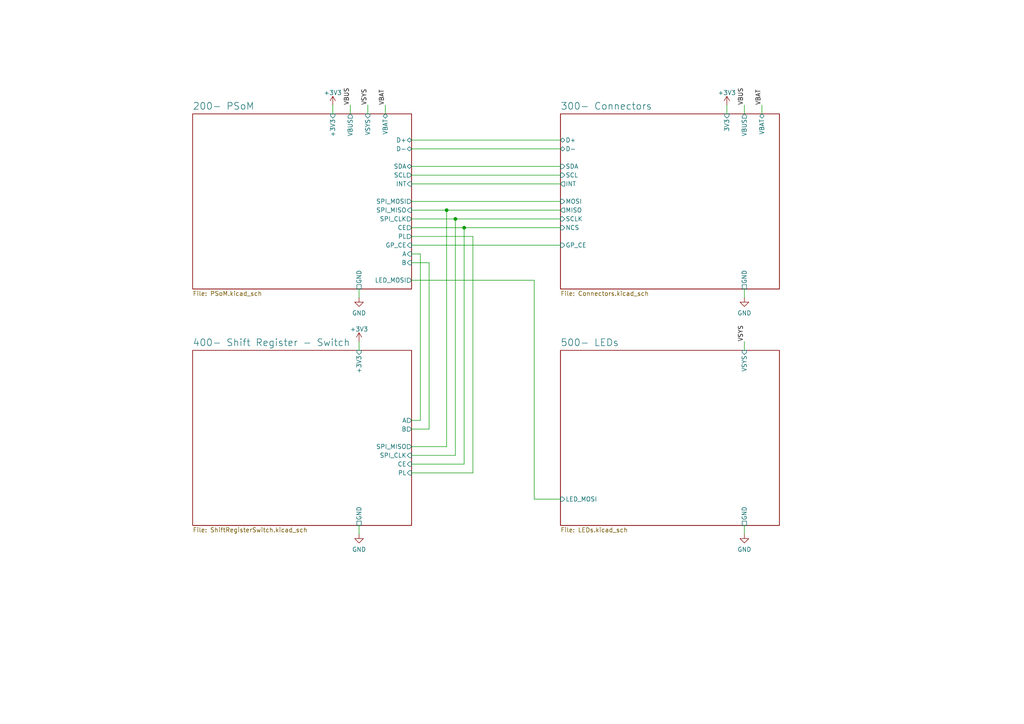
<source format=kicad_sch>
(kicad_sch (version 20231120) (generator "eeschema") (generator_version "8.0")
  (paper "A4")
  (title_block (title "PMK_Keyboard") (date "2024-06-08") (rev "HW02") (company "PumaCorp") (comment 1 "Design by: NdG"))
  (lib_symbols
    (symbol "power:+3V3" (power) (pin_names (offset 0))
      (property "Value" "+3V3" (at 0 3.556 0))
      (symbol "+3V3_0_1"
        (polyline (pts (xy -0.762 1.27) (xy 0 2.54)))
        (polyline (pts (xy 0 0) (xy 0 2.54)))
        (polyline (pts (xy 0 2.54) (xy 0.762 1.27)))
      )
      (symbol "+3V3_1_1"
        (pin power_in line (at 0 0 90) (length 0) hide (name "+3V3") (number "1"))
      )
    )
    (symbol "power:GND" (power) (pin_names (offset 0))
      (property "Value" "GND" (at 0 -3.81 0))
      (symbol "GND_0_1"
        (polyline (pts (xy 0 0) (xy 0 -1.27) (xy 1.27 -1.27) (xy 0 -2.54) (xy -1.27 -1.27) (xy 0 -1.27)))
      )
      (symbol "GND_1_1"
        (pin power_in line (at 0 0 270) (length 0) hide (name "GND") (number "1"))
      )
    )
  )
  (junction (at 129.54 60.96))
  (junction (at 132.08 63.5))
  (junction (at 134.62 66.04))
  (wire (pts (xy 119.38 66.04) (xy 134.62 66.04)))
  (wire (pts (xy 215.9 152.4) (xy 215.9 154.94)))
  (wire (pts (xy 119.38 134.62) (xy 134.62 134.62)))
  (wire (pts (xy 106.68 30.48) (xy 106.68 33.02)))
  (wire (pts (xy 132.08 63.5) (xy 132.08 132.08)))
  (wire (pts (xy 119.38 68.58) (xy 137.16 68.58)))
  (wire (pts (xy 220.98 30.48) (xy 220.98 33.02)))
  (wire (pts (xy 124.46 124.46) (xy 124.46 76.2)))
  (wire (pts (xy 215.9 99.06) (xy 215.9 101.6)))
  (wire (pts (xy 104.14 83.82) (xy 104.14 86.36)))
  (wire (pts (xy 96.52 30.48) (xy 96.52 33.02)))
  (wire (pts (xy 119.38 71.12) (xy 162.56 71.12)))
  (wire (pts (xy 119.38 48.26) (xy 162.56 48.26)))
  (wire (pts (xy 129.54 60.96) (xy 162.56 60.96)))
  (wire (pts (xy 119.38 63.5) (xy 132.08 63.5)))
  (wire (pts (xy 137.16 68.58) (xy 137.16 137.16)))
  (wire (pts (xy 137.16 137.16) (xy 119.38 137.16)))
  (wire (pts (xy 119.38 73.66) (xy 121.92 73.66)))
  (wire (pts (xy 119.38 40.64) (xy 162.56 40.64)))
  (wire (pts (xy 134.62 66.04) (xy 134.62 134.62)))
  (wire (pts (xy 121.92 73.66) (xy 121.92 121.92)))
  (wire (pts (xy 210.82 30.48) (xy 210.82 33.02)))
  (wire (pts (xy 119.38 53.34) (xy 162.56 53.34)))
  (wire (pts (xy 111.76 30.48) (xy 111.76 33.02)))
  (wire (pts (xy 119.38 58.42) (xy 162.56 58.42)))
  (wire (pts (xy 134.62 66.04) (xy 162.56 66.04)))
  (wire (pts (xy 154.94 81.28) (xy 119.38 81.28)))
  (wire (pts (xy 119.38 129.54) (xy 129.54 129.54)))
  (wire (pts (xy 104.14 152.4) (xy 104.14 154.94)))
  (wire (pts (xy 104.14 99.06) (xy 104.14 101.6)))
  (wire (pts (xy 119.38 43.18) (xy 162.56 43.18)))
  (wire (pts (xy 215.9 30.48) (xy 215.9 33.02)))
  (wire (pts (xy 119.38 50.8) (xy 162.56 50.8)))
  (wire (pts (xy 132.08 132.08) (xy 119.38 132.08)))
  (wire (pts (xy 162.56 144.78) (xy 154.94 144.78)))
  (wire (pts (xy 119.38 124.46) (xy 124.46 124.46)))
  (wire (pts (xy 129.54 60.96) (xy 129.54 129.54)))
  (wire (pts (xy 215.9 83.82) (xy 215.9 86.36)))
  (wire (pts (xy 119.38 60.96) (xy 129.54 60.96)))
  (wire (pts (xy 101.6 30.48) (xy 101.6 33.02)))
  (wire (pts (xy 124.46 76.2) (xy 119.38 76.2)))
  (wire (pts (xy 132.08 63.5) (xy 162.56 63.5)))
  (wire (pts (xy 154.94 144.78) (xy 154.94 81.28)))
  (wire (pts (xy 121.92 121.92) (xy 119.38 121.92)))
  (label "VBAT" (at 220.98 30.48 90))
  (label "VBUS" (at 215.9 30.48 90))
  (label "VBAT" (at 111.76 30.48 90))
  (label "VBUS" (at 101.6 30.48 90))
  (label "VSYS" (at 106.68 30.48 90))
  (label "VSYS" (at 215.9 99.06 90))
  (symbol (lib_id "power:+3V3") (at 210.82 30.48 0) (unit 1)
    (property "Reference" "#PWR0302" (effects (hide yes)))
    (property "Value" "+3V3" (at 210.82 26.9042 0))
  )
  (symbol (lib_id "power:+3V3") (at 96.52 30.48 0) (unit 1)
    (property "Reference" "#PWR0301" (effects (hide yes)))
    (property "Value" "+3V3" (at 96.52 26.9042 0))
  )
  (symbol (lib_id "power:+3V3") (at 104.14 99.06 0) (unit 1)
    (property "Reference" "#PWR0305" (effects (hide yes)))
    (property "Value" "+3V3" (at 104.14 95.4842 0))
  )
  (symbol (lib_id "power:GND") (at 104.14 154.94 0) (unit 1)
    (property "Reference" "#PWR0306" (effects (hide yes)))
    (property "Value" "GND" (at 104.14 159.3834 0))
  )
  (symbol (lib_id "power:GND") (at 215.9 154.94 0) (unit 1)
    (property "Reference" "#PWR0307" (effects (hide yes)))
    (property "Value" "GND" (at 215.9 159.3834 0))
  )
  (symbol (lib_id "power:GND") (at 104.14 86.36 0) (unit 1)
    (property "Reference" "#PWR0303" (effects (hide yes)))
    (property "Value" "GND" (at 104.14 90.8034 0))
  )
  (symbol (lib_id "power:GND") (at 215.9 86.36 0) (unit 1)
    (property "Reference" "#PWR0304" (effects (hide yes)))
    (property "Value" "GND" (at 215.9 90.8034 0))
  )
  (sheet (at 55.88 101.6) (size 63.5 50.8) (stroke (width 0.1524))
    (property "Sheetname" "400- Shift Register - Switch" (at 55.88 100.5234 0) (effects (font (size 2 2)) (justify left bottom)))
    (property "Sheetfile" "ShiftRegisterSwitch.kicad_sch" (at 55.88 152.9846 0) (effects (justify left top)))
    (pin "PL" input (at 119.38 137.16 0))
    (pin "CE" input (at 119.38 134.62 0))
    (pin "+3V3" input (at 104.14 101.6 90))
    (pin "SPI_MISO" output (at 119.38 129.54 0))
    (pin "GND" passive (at 104.14 152.4 270))
    (pin "SPI_CLK" input (at 119.38 132.08 0))
    (pin "B" output (at 119.38 124.46 0))
    (pin "A" output (at 119.38 121.92 0))
  )
  (sheet (at 162.56 33.02) (size 63.5 50.8) (stroke (width 0.1524))
    (property "Sheetname" "300- Connectors" (at 162.56 31.9434 0) (effects (font (size 2 2)) (justify left bottom)))
    (property "Sheetfile" "Connectors.kicad_sch" (at 162.56 84.4046 0) (effects (justify left top)))
    (pin "VBUS" output (at 215.9 33.02 90))
    (pin "D-" bidirectional (at 162.56 43.18 180))
    (pin "D+" bidirectional (at 162.56 40.64 180))
    (pin "GND" passive (at 215.9 83.82 270))
    (pin "VBAT" bidirectional (at 220.98 33.02 90))
    (pin "SCLK" input (at 162.56 63.5 180))
    (pin "MISO" output (at 162.56 60.96 180))
    (pin "MOSI" input (at 162.56 58.42 180))
    (pin "NCS" input (at 162.56 66.04 180))
    (pin "SDA" input (at 162.56 48.26 180))
    (pin "INT" output (at 162.56 53.34 180))
    (pin "SCL" input (at 162.56 50.8 180))
    (pin "3V3" input (at 210.82 33.02 90))
    (pin "GP_CE" input (at 162.56 71.12 180))
  )
  (sheet (at 162.56 101.6) (size 63.5 50.8) (stroke (width 0.1524))
    (property "Sheetname" "500- LEDs" (at 162.56 100.5234 0) (effects (font (size 2 2)) (justify left bottom)))
    (property "Sheetfile" "LEDs.kicad_sch" (at 162.56 152.9846 0) (effects (justify left top)))
    (pin "LED_MOSI" input (at 162.56 144.78 180))
    (pin "GND" passive (at 215.9 152.4 270))
    (pin "VSYS" input (at 215.9 101.6 90))
  )
  (sheet (at 55.88 33.02) (size 63.5 50.8) (stroke (width 0.1524))
    (property "Sheetname" "200- PSoM" (at 55.88 31.9434 0) (effects (font (size 2 2)) (justify left bottom)))
    (property "Sheetfile" "PSoM.kicad_sch" (at 55.88 84.4046 0) (effects (justify left top)))
    (pin "VBUS" output (at 101.6 33.02 90))
    (pin "D-" bidirectional (at 119.38 43.18 0))
    (pin "D+" bidirectional (at 119.38 40.64 0))
    (pin "GND" passive (at 104.14 83.82 270))
    (pin "VBAT" bidirectional (at 111.76 33.02 90))
    (pin "SPI_MISO" input (at 119.38 60.96 0))
    (pin "SPI_CLK" output (at 119.38 63.5 0))
    (pin "LED_MOSI" output (at 119.38 81.28 0))
    (pin "PL" output (at 119.38 68.58 0))
    (pin "CE" output (at 119.38 66.04 0))
    (pin "+3V3" input (at 96.52 33.02 90))
    (pin "VSYS" input (at 106.68 33.02 90))
    (pin "INT" input (at 119.38 53.34 0))
    (pin "SDA" bidirectional (at 119.38 48.26 0))
    (pin "SCL" output (at 119.38 50.8 0))
    (pin "SPI_MOSI" output (at 119.38 58.42 0))
    (pin "B" input (at 119.38 76.2 0))
    (pin "A" input (at 119.38 73.66 0))
    (pin "GP_CE" input (at 119.38 71.12 0))
  )
)
</source>
